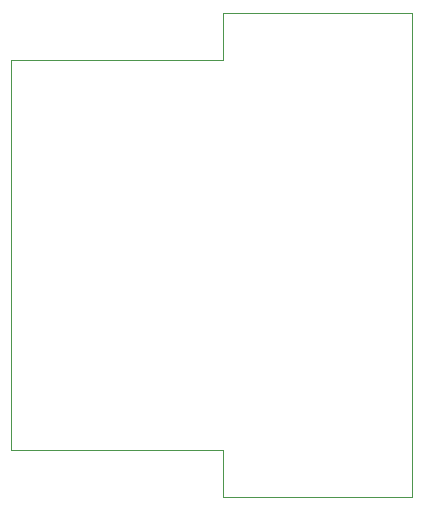
<source format=gbr>
%TF.GenerationSoftware,KiCad,Pcbnew,(6.0.4-0)*%
%TF.CreationDate,2024-03-24T21:38:25+02:00*%
%TF.ProjectId,Project_PCB_v1,50726f6a-6563-4745-9f50-43425f76312e,rev?*%
%TF.SameCoordinates,Original*%
%TF.FileFunction,Profile,NP*%
%FSLAX46Y46*%
G04 Gerber Fmt 4.6, Leading zero omitted, Abs format (unit mm)*
G04 Created by KiCad (PCBNEW (6.0.4-0)) date 2024-03-24 21:38:25*
%MOMM*%
%LPD*%
G01*
G04 APERTURE LIST*
%TA.AperFunction,Profile*%
%ADD10C,0.100000*%
%TD*%
G04 APERTURE END LIST*
D10*
X86000000Y-66500000D02*
X104000000Y-66500000D01*
X120000000Y-103500000D02*
X120000000Y-62500000D01*
X86000000Y-99500000D02*
X104000000Y-99500000D01*
X104000000Y-99500000D02*
X104000000Y-103500000D01*
X104000000Y-103500000D02*
X120000000Y-103500000D01*
X104000000Y-66500000D02*
X104000000Y-62500000D01*
X86000000Y-99500000D02*
X86000000Y-66500000D01*
X104000000Y-62500000D02*
X120000000Y-62500000D01*
M02*

</source>
